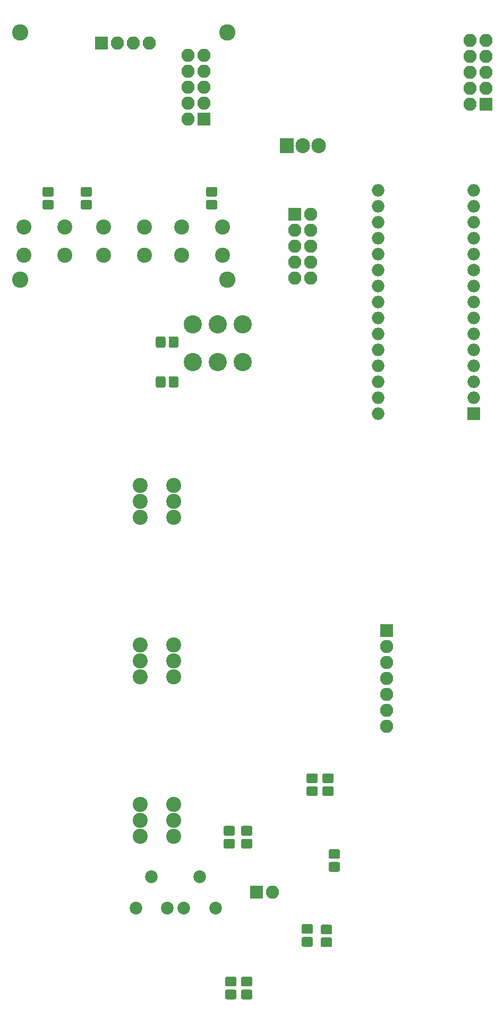
<source format=gbr>
G04 #@! TF.GenerationSoftware,KiCad,Pcbnew,(5.0.0)*
G04 #@! TF.CreationDate,2018-10-20T13:21:43+01:00*
G04 #@! TF.ProjectId,AD9833FunctionGenerator,41443938333346756E6374696F6E4765,rev?*
G04 #@! TF.SameCoordinates,Original*
G04 #@! TF.FileFunction,Soldermask,Bot*
G04 #@! TF.FilePolarity,Negative*
%FSLAX46Y46*%
G04 Gerber Fmt 4.6, Leading zero omitted, Abs format (unit mm)*
G04 Created by KiCad (PCBNEW (5.0.0)) date 10/20/18 13:21:43*
%MOMM*%
%LPD*%
G01*
G04 APERTURE LIST*
%ADD10C,2.600000*%
%ADD11C,2.020000*%
%ADD12O,2.000000X2.000000*%
%ADD13C,2.000000*%
%ADD14R,2.000000X2.000000*%
%ADD15C,2.400000*%
%ADD16C,2.900000*%
%ADD17R,2.100000X2.100000*%
%ADD18O,2.100000X2.100000*%
%ADD19C,0.100000*%
%ADD20C,1.550000*%
%ADD21R,2.305000X2.400000*%
%ADD22O,2.305000X2.400000*%
G04 APERTURE END LIST*
D10*
G04 #@! TO.C,REF\002A\002A*
X52778681Y-67527698D03*
G04 #@! TD*
G04 #@! TO.C,REF\002A\002A*
X85798681Y-67527698D03*
G04 #@! TD*
G04 #@! TO.C,REF\002A\002A*
X85798681Y-106897698D03*
G04 #@! TD*
D11*
G04 #@! TO.C,RV_UPOFF1*
X83900000Y-207010000D03*
X81400000Y-202010000D03*
X78900000Y-207010000D03*
G04 #@! TD*
D12*
G04 #@! TO.C,A1*
X109855000Y-92710000D03*
X125095000Y-92710000D03*
X109855000Y-128270000D03*
X125095000Y-95250000D03*
X109855000Y-125730000D03*
X125095000Y-97790000D03*
X109855000Y-123190000D03*
X125095000Y-100330000D03*
X109855000Y-120650000D03*
X125095000Y-102870000D03*
X109855000Y-118110000D03*
D13*
X125095000Y-105410000D03*
D12*
X109855000Y-115570000D03*
X125095000Y-107950000D03*
X109855000Y-113030000D03*
X125095000Y-110490000D03*
X109855000Y-110490000D03*
X125095000Y-113030000D03*
X109855000Y-107950000D03*
X125095000Y-115570000D03*
X109855000Y-105410000D03*
X125095000Y-118110000D03*
X109855000Y-102870000D03*
X125095000Y-120650000D03*
X109855000Y-100330000D03*
X125095000Y-123190000D03*
X109855000Y-97790000D03*
X125095000Y-125730000D03*
X109855000Y-95250000D03*
D14*
X125095000Y-128270000D03*
G04 #@! TD*
D15*
G04 #@! TO.C,RV_FREQ1*
X71882000Y-144780000D03*
X71882000Y-142240000D03*
X71882000Y-139700000D03*
X77216000Y-144780000D03*
X77216000Y-142240000D03*
X77216000Y-139700000D03*
G04 #@! TD*
D16*
G04 #@! TO.C,SW_PWR1*
X80264000Y-120015000D03*
X80264000Y-114015000D03*
X84264000Y-120015000D03*
X84264000Y-114015000D03*
X88264000Y-120015000D03*
X88264000Y-114015000D03*
G04 #@! TD*
D17*
G04 #@! TO.C,J_OUT1*
X90424000Y-204470000D03*
D18*
X92964000Y-204470000D03*
G04 #@! TD*
D17*
G04 #@! TO.C,J_PWR1*
X96520000Y-96520000D03*
D18*
X99060000Y-96520000D03*
X96520000Y-99060000D03*
X99060000Y-99060000D03*
X96520000Y-101600000D03*
X99060000Y-101600000D03*
X96520000Y-104140000D03*
X99060000Y-104140000D03*
X96520000Y-106680000D03*
X99060000Y-106680000D03*
G04 #@! TD*
D19*
G04 #@! TO.C,R_RANGE1*
G36*
X83908071Y-92145321D02*
X83940781Y-92150173D01*
X83972857Y-92158207D01*
X84003991Y-92169347D01*
X84033884Y-92183485D01*
X84062247Y-92200485D01*
X84088807Y-92220183D01*
X84113308Y-92242390D01*
X84135515Y-92266891D01*
X84155213Y-92293451D01*
X84172213Y-92321814D01*
X84186351Y-92351707D01*
X84197491Y-92382841D01*
X84205525Y-92414917D01*
X84210377Y-92447627D01*
X84212000Y-92480654D01*
X84212000Y-93356742D01*
X84210377Y-93389769D01*
X84205525Y-93422479D01*
X84197491Y-93454555D01*
X84186351Y-93485689D01*
X84172213Y-93515582D01*
X84155213Y-93543945D01*
X84135515Y-93570505D01*
X84113308Y-93595006D01*
X84088807Y-93617213D01*
X84062247Y-93636911D01*
X84033884Y-93653911D01*
X84003991Y-93668049D01*
X83972857Y-93679189D01*
X83940781Y-93687223D01*
X83908071Y-93692075D01*
X83875044Y-93693698D01*
X82748956Y-93693698D01*
X82715929Y-93692075D01*
X82683219Y-93687223D01*
X82651143Y-93679189D01*
X82620009Y-93668049D01*
X82590116Y-93653911D01*
X82561753Y-93636911D01*
X82535193Y-93617213D01*
X82510692Y-93595006D01*
X82488485Y-93570505D01*
X82468787Y-93543945D01*
X82451787Y-93515582D01*
X82437649Y-93485689D01*
X82426509Y-93454555D01*
X82418475Y-93422479D01*
X82413623Y-93389769D01*
X82412000Y-93356742D01*
X82412000Y-92480654D01*
X82413623Y-92447627D01*
X82418475Y-92414917D01*
X82426509Y-92382841D01*
X82437649Y-92351707D01*
X82451787Y-92321814D01*
X82468787Y-92293451D01*
X82488485Y-92266891D01*
X82510692Y-92242390D01*
X82535193Y-92220183D01*
X82561753Y-92200485D01*
X82590116Y-92183485D01*
X82620009Y-92169347D01*
X82651143Y-92158207D01*
X82683219Y-92150173D01*
X82715929Y-92145321D01*
X82748956Y-92143698D01*
X83875044Y-92143698D01*
X83908071Y-92145321D01*
X83908071Y-92145321D01*
G37*
D20*
X83312000Y-92918698D03*
D19*
G36*
X83908071Y-94195321D02*
X83940781Y-94200173D01*
X83972857Y-94208207D01*
X84003991Y-94219347D01*
X84033884Y-94233485D01*
X84062247Y-94250485D01*
X84088807Y-94270183D01*
X84113308Y-94292390D01*
X84135515Y-94316891D01*
X84155213Y-94343451D01*
X84172213Y-94371814D01*
X84186351Y-94401707D01*
X84197491Y-94432841D01*
X84205525Y-94464917D01*
X84210377Y-94497627D01*
X84212000Y-94530654D01*
X84212000Y-95406742D01*
X84210377Y-95439769D01*
X84205525Y-95472479D01*
X84197491Y-95504555D01*
X84186351Y-95535689D01*
X84172213Y-95565582D01*
X84155213Y-95593945D01*
X84135515Y-95620505D01*
X84113308Y-95645006D01*
X84088807Y-95667213D01*
X84062247Y-95686911D01*
X84033884Y-95703911D01*
X84003991Y-95718049D01*
X83972857Y-95729189D01*
X83940781Y-95737223D01*
X83908071Y-95742075D01*
X83875044Y-95743698D01*
X82748956Y-95743698D01*
X82715929Y-95742075D01*
X82683219Y-95737223D01*
X82651143Y-95729189D01*
X82620009Y-95718049D01*
X82590116Y-95703911D01*
X82561753Y-95686911D01*
X82535193Y-95667213D01*
X82510692Y-95645006D01*
X82488485Y-95620505D01*
X82468787Y-95593945D01*
X82451787Y-95565582D01*
X82437649Y-95535689D01*
X82426509Y-95504555D01*
X82418475Y-95472479D01*
X82413623Y-95439769D01*
X82412000Y-95406742D01*
X82412000Y-94530654D01*
X82413623Y-94497627D01*
X82418475Y-94464917D01*
X82426509Y-94432841D01*
X82437649Y-94401707D01*
X82451787Y-94371814D01*
X82468787Y-94343451D01*
X82488485Y-94316891D01*
X82510692Y-94292390D01*
X82535193Y-94270183D01*
X82561753Y-94250485D01*
X82590116Y-94233485D01*
X82620009Y-94219347D01*
X82651143Y-94208207D01*
X82683219Y-94200173D01*
X82715929Y-94195321D01*
X82748956Y-94193698D01*
X83875044Y-94193698D01*
X83908071Y-94195321D01*
X83908071Y-94195321D01*
G37*
D20*
X83312000Y-94968698D03*
G04 #@! TD*
D19*
G04 #@! TO.C,C_BUFFBP1*
G36*
X86702071Y-193896100D02*
X86734781Y-193900952D01*
X86766857Y-193908986D01*
X86797991Y-193920126D01*
X86827884Y-193934264D01*
X86856247Y-193951264D01*
X86882807Y-193970962D01*
X86907308Y-193993169D01*
X86929515Y-194017670D01*
X86949213Y-194044230D01*
X86966213Y-194072593D01*
X86980351Y-194102486D01*
X86991491Y-194133620D01*
X86999525Y-194165696D01*
X87004377Y-194198406D01*
X87006000Y-194231433D01*
X87006000Y-195107521D01*
X87004377Y-195140548D01*
X86999525Y-195173258D01*
X86991491Y-195205334D01*
X86980351Y-195236468D01*
X86966213Y-195266361D01*
X86949213Y-195294724D01*
X86929515Y-195321284D01*
X86907308Y-195345785D01*
X86882807Y-195367992D01*
X86856247Y-195387690D01*
X86827884Y-195404690D01*
X86797991Y-195418828D01*
X86766857Y-195429968D01*
X86734781Y-195438002D01*
X86702071Y-195442854D01*
X86669044Y-195444477D01*
X85542956Y-195444477D01*
X85509929Y-195442854D01*
X85477219Y-195438002D01*
X85445143Y-195429968D01*
X85414009Y-195418828D01*
X85384116Y-195404690D01*
X85355753Y-195387690D01*
X85329193Y-195367992D01*
X85304692Y-195345785D01*
X85282485Y-195321284D01*
X85262787Y-195294724D01*
X85245787Y-195266361D01*
X85231649Y-195236468D01*
X85220509Y-195205334D01*
X85212475Y-195173258D01*
X85207623Y-195140548D01*
X85206000Y-195107521D01*
X85206000Y-194231433D01*
X85207623Y-194198406D01*
X85212475Y-194165696D01*
X85220509Y-194133620D01*
X85231649Y-194102486D01*
X85245787Y-194072593D01*
X85262787Y-194044230D01*
X85282485Y-194017670D01*
X85304692Y-193993169D01*
X85329193Y-193970962D01*
X85355753Y-193951264D01*
X85384116Y-193934264D01*
X85414009Y-193920126D01*
X85445143Y-193908986D01*
X85477219Y-193900952D01*
X85509929Y-193896100D01*
X85542956Y-193894477D01*
X86669044Y-193894477D01*
X86702071Y-193896100D01*
X86702071Y-193896100D01*
G37*
D20*
X86106000Y-194669477D03*
D19*
G36*
X86702071Y-195946100D02*
X86734781Y-195950952D01*
X86766857Y-195958986D01*
X86797991Y-195970126D01*
X86827884Y-195984264D01*
X86856247Y-196001264D01*
X86882807Y-196020962D01*
X86907308Y-196043169D01*
X86929515Y-196067670D01*
X86949213Y-196094230D01*
X86966213Y-196122593D01*
X86980351Y-196152486D01*
X86991491Y-196183620D01*
X86999525Y-196215696D01*
X87004377Y-196248406D01*
X87006000Y-196281433D01*
X87006000Y-197157521D01*
X87004377Y-197190548D01*
X86999525Y-197223258D01*
X86991491Y-197255334D01*
X86980351Y-197286468D01*
X86966213Y-197316361D01*
X86949213Y-197344724D01*
X86929515Y-197371284D01*
X86907308Y-197395785D01*
X86882807Y-197417992D01*
X86856247Y-197437690D01*
X86827884Y-197454690D01*
X86797991Y-197468828D01*
X86766857Y-197479968D01*
X86734781Y-197488002D01*
X86702071Y-197492854D01*
X86669044Y-197494477D01*
X85542956Y-197494477D01*
X85509929Y-197492854D01*
X85477219Y-197488002D01*
X85445143Y-197479968D01*
X85414009Y-197468828D01*
X85384116Y-197454690D01*
X85355753Y-197437690D01*
X85329193Y-197417992D01*
X85304692Y-197395785D01*
X85282485Y-197371284D01*
X85262787Y-197344724D01*
X85245787Y-197316361D01*
X85231649Y-197286468D01*
X85220509Y-197255334D01*
X85212475Y-197223258D01*
X85207623Y-197190548D01*
X85206000Y-197157521D01*
X85206000Y-196281433D01*
X85207623Y-196248406D01*
X85212475Y-196215696D01*
X85220509Y-196183620D01*
X85231649Y-196152486D01*
X85245787Y-196122593D01*
X85262787Y-196094230D01*
X85282485Y-196067670D01*
X85304692Y-196043169D01*
X85329193Y-196020962D01*
X85355753Y-196001264D01*
X85384116Y-195984264D01*
X85414009Y-195970126D01*
X85445143Y-195958986D01*
X85477219Y-195950952D01*
X85509929Y-195946100D01*
X85542956Y-195944477D01*
X86669044Y-195944477D01*
X86702071Y-195946100D01*
X86702071Y-195946100D01*
G37*
D20*
X86106000Y-196719477D03*
G04 #@! TD*
D18*
G04 #@! TO.C,J_AD9833*
X111194407Y-178061772D03*
X111194407Y-175521772D03*
X111194407Y-172981772D03*
X111194407Y-170441772D03*
X111194407Y-167901772D03*
X111194407Y-165361772D03*
D17*
X111194407Y-162821772D03*
G04 #@! TD*
G04 #@! TO.C,J_AUX2MAIN2*
X82115681Y-81370698D03*
D18*
X79575681Y-81370698D03*
X82115681Y-78830698D03*
X79575681Y-78830698D03*
X82115681Y-76290698D03*
X79575681Y-76290698D03*
X82115681Y-73750698D03*
X79575681Y-73750698D03*
X82115681Y-71210698D03*
X79575681Y-71210698D03*
G04 #@! TD*
D17*
G04 #@! TO.C,J_MAIN2AUX1*
X127000000Y-78994000D03*
D18*
X124460000Y-78994000D03*
X127000000Y-76454000D03*
X124460000Y-76454000D03*
X127000000Y-73914000D03*
X124460000Y-73914000D03*
X127000000Y-71374000D03*
X124460000Y-71374000D03*
X127000000Y-68834000D03*
X124460000Y-68834000D03*
G04 #@! TD*
D17*
G04 #@! TO.C,J_OLEDCONNECTOR1*
X65709646Y-69256447D03*
D18*
X68249646Y-69256447D03*
X70789646Y-69256447D03*
X73329646Y-69256447D03*
G04 #@! TD*
D19*
G04 #@! TO.C,R_MODE1*
G36*
X63915752Y-94195321D02*
X63948462Y-94200173D01*
X63980538Y-94208207D01*
X64011672Y-94219347D01*
X64041565Y-94233485D01*
X64069928Y-94250485D01*
X64096488Y-94270183D01*
X64120989Y-94292390D01*
X64143196Y-94316891D01*
X64162894Y-94343451D01*
X64179894Y-94371814D01*
X64194032Y-94401707D01*
X64205172Y-94432841D01*
X64213206Y-94464917D01*
X64218058Y-94497627D01*
X64219681Y-94530654D01*
X64219681Y-95406742D01*
X64218058Y-95439769D01*
X64213206Y-95472479D01*
X64205172Y-95504555D01*
X64194032Y-95535689D01*
X64179894Y-95565582D01*
X64162894Y-95593945D01*
X64143196Y-95620505D01*
X64120989Y-95645006D01*
X64096488Y-95667213D01*
X64069928Y-95686911D01*
X64041565Y-95703911D01*
X64011672Y-95718049D01*
X63980538Y-95729189D01*
X63948462Y-95737223D01*
X63915752Y-95742075D01*
X63882725Y-95743698D01*
X62756637Y-95743698D01*
X62723610Y-95742075D01*
X62690900Y-95737223D01*
X62658824Y-95729189D01*
X62627690Y-95718049D01*
X62597797Y-95703911D01*
X62569434Y-95686911D01*
X62542874Y-95667213D01*
X62518373Y-95645006D01*
X62496166Y-95620505D01*
X62476468Y-95593945D01*
X62459468Y-95565582D01*
X62445330Y-95535689D01*
X62434190Y-95504555D01*
X62426156Y-95472479D01*
X62421304Y-95439769D01*
X62419681Y-95406742D01*
X62419681Y-94530654D01*
X62421304Y-94497627D01*
X62426156Y-94464917D01*
X62434190Y-94432841D01*
X62445330Y-94401707D01*
X62459468Y-94371814D01*
X62476468Y-94343451D01*
X62496166Y-94316891D01*
X62518373Y-94292390D01*
X62542874Y-94270183D01*
X62569434Y-94250485D01*
X62597797Y-94233485D01*
X62627690Y-94219347D01*
X62658824Y-94208207D01*
X62690900Y-94200173D01*
X62723610Y-94195321D01*
X62756637Y-94193698D01*
X63882725Y-94193698D01*
X63915752Y-94195321D01*
X63915752Y-94195321D01*
G37*
D20*
X63319681Y-94968698D03*
D19*
G36*
X63915752Y-92145321D02*
X63948462Y-92150173D01*
X63980538Y-92158207D01*
X64011672Y-92169347D01*
X64041565Y-92183485D01*
X64069928Y-92200485D01*
X64096488Y-92220183D01*
X64120989Y-92242390D01*
X64143196Y-92266891D01*
X64162894Y-92293451D01*
X64179894Y-92321814D01*
X64194032Y-92351707D01*
X64205172Y-92382841D01*
X64213206Y-92414917D01*
X64218058Y-92447627D01*
X64219681Y-92480654D01*
X64219681Y-93356742D01*
X64218058Y-93389769D01*
X64213206Y-93422479D01*
X64205172Y-93454555D01*
X64194032Y-93485689D01*
X64179894Y-93515582D01*
X64162894Y-93543945D01*
X64143196Y-93570505D01*
X64120989Y-93595006D01*
X64096488Y-93617213D01*
X64069928Y-93636911D01*
X64041565Y-93653911D01*
X64011672Y-93668049D01*
X63980538Y-93679189D01*
X63948462Y-93687223D01*
X63915752Y-93692075D01*
X63882725Y-93693698D01*
X62756637Y-93693698D01*
X62723610Y-93692075D01*
X62690900Y-93687223D01*
X62658824Y-93679189D01*
X62627690Y-93668049D01*
X62597797Y-93653911D01*
X62569434Y-93636911D01*
X62542874Y-93617213D01*
X62518373Y-93595006D01*
X62496166Y-93570505D01*
X62476468Y-93543945D01*
X62459468Y-93515582D01*
X62445330Y-93485689D01*
X62434190Y-93454555D01*
X62426156Y-93422479D01*
X62421304Y-93389769D01*
X62419681Y-93356742D01*
X62419681Y-92480654D01*
X62421304Y-92447627D01*
X62426156Y-92414917D01*
X62434190Y-92382841D01*
X62445330Y-92351707D01*
X62459468Y-92321814D01*
X62476468Y-92293451D01*
X62496166Y-92266891D01*
X62518373Y-92242390D01*
X62542874Y-92220183D01*
X62569434Y-92200485D01*
X62597797Y-92183485D01*
X62627690Y-92169347D01*
X62658824Y-92158207D01*
X62690900Y-92150173D01*
X62723610Y-92145321D01*
X62756637Y-92143698D01*
X63882725Y-92143698D01*
X63915752Y-92145321D01*
X63915752Y-92145321D01*
G37*
D20*
X63319681Y-92918698D03*
G04 #@! TD*
D15*
G04 #@! TO.C,SW_FUNC1*
X59913681Y-98515698D03*
X59913681Y-103015698D03*
X53413681Y-98515698D03*
X53413681Y-103015698D03*
G04 #@! TD*
G04 #@! TO.C,SW_MODE1*
X66113681Y-103015698D03*
X66113681Y-98515698D03*
X72613681Y-103015698D03*
X72613681Y-98515698D03*
G04 #@! TD*
G04 #@! TO.C,SW_RANGE1*
X78559681Y-103015698D03*
X78559681Y-98515698D03*
X85059681Y-103015698D03*
X85059681Y-98515698D03*
G04 #@! TD*
D21*
G04 #@! TO.C,U1*
X95250000Y-85598000D03*
D22*
X97790000Y-85598000D03*
X100330000Y-85598000D03*
G04 #@! TD*
D19*
G04 #@! TO.C,C_POTBP1*
G36*
X103466071Y-199641623D02*
X103498781Y-199646475D01*
X103530857Y-199654509D01*
X103561991Y-199665649D01*
X103591884Y-199679787D01*
X103620247Y-199696787D01*
X103646807Y-199716485D01*
X103671308Y-199738692D01*
X103693515Y-199763193D01*
X103713213Y-199789753D01*
X103730213Y-199818116D01*
X103744351Y-199848009D01*
X103755491Y-199879143D01*
X103763525Y-199911219D01*
X103768377Y-199943929D01*
X103770000Y-199976956D01*
X103770000Y-200853044D01*
X103768377Y-200886071D01*
X103763525Y-200918781D01*
X103755491Y-200950857D01*
X103744351Y-200981991D01*
X103730213Y-201011884D01*
X103713213Y-201040247D01*
X103693515Y-201066807D01*
X103671308Y-201091308D01*
X103646807Y-201113515D01*
X103620247Y-201133213D01*
X103591884Y-201150213D01*
X103561991Y-201164351D01*
X103530857Y-201175491D01*
X103498781Y-201183525D01*
X103466071Y-201188377D01*
X103433044Y-201190000D01*
X102306956Y-201190000D01*
X102273929Y-201188377D01*
X102241219Y-201183525D01*
X102209143Y-201175491D01*
X102178009Y-201164351D01*
X102148116Y-201150213D01*
X102119753Y-201133213D01*
X102093193Y-201113515D01*
X102068692Y-201091308D01*
X102046485Y-201066807D01*
X102026787Y-201040247D01*
X102009787Y-201011884D01*
X101995649Y-200981991D01*
X101984509Y-200950857D01*
X101976475Y-200918781D01*
X101971623Y-200886071D01*
X101970000Y-200853044D01*
X101970000Y-199976956D01*
X101971623Y-199943929D01*
X101976475Y-199911219D01*
X101984509Y-199879143D01*
X101995649Y-199848009D01*
X102009787Y-199818116D01*
X102026787Y-199789753D01*
X102046485Y-199763193D01*
X102068692Y-199738692D01*
X102093193Y-199716485D01*
X102119753Y-199696787D01*
X102148116Y-199679787D01*
X102178009Y-199665649D01*
X102209143Y-199654509D01*
X102241219Y-199646475D01*
X102273929Y-199641623D01*
X102306956Y-199640000D01*
X103433044Y-199640000D01*
X103466071Y-199641623D01*
X103466071Y-199641623D01*
G37*
D20*
X102870000Y-200415000D03*
D19*
G36*
X103466071Y-197591623D02*
X103498781Y-197596475D01*
X103530857Y-197604509D01*
X103561991Y-197615649D01*
X103591884Y-197629787D01*
X103620247Y-197646787D01*
X103646807Y-197666485D01*
X103671308Y-197688692D01*
X103693515Y-197713193D01*
X103713213Y-197739753D01*
X103730213Y-197768116D01*
X103744351Y-197798009D01*
X103755491Y-197829143D01*
X103763525Y-197861219D01*
X103768377Y-197893929D01*
X103770000Y-197926956D01*
X103770000Y-198803044D01*
X103768377Y-198836071D01*
X103763525Y-198868781D01*
X103755491Y-198900857D01*
X103744351Y-198931991D01*
X103730213Y-198961884D01*
X103713213Y-198990247D01*
X103693515Y-199016807D01*
X103671308Y-199041308D01*
X103646807Y-199063515D01*
X103620247Y-199083213D01*
X103591884Y-199100213D01*
X103561991Y-199114351D01*
X103530857Y-199125491D01*
X103498781Y-199133525D01*
X103466071Y-199138377D01*
X103433044Y-199140000D01*
X102306956Y-199140000D01*
X102273929Y-199138377D01*
X102241219Y-199133525D01*
X102209143Y-199125491D01*
X102178009Y-199114351D01*
X102148116Y-199100213D01*
X102119753Y-199083213D01*
X102093193Y-199063515D01*
X102068692Y-199041308D01*
X102046485Y-199016807D01*
X102026787Y-198990247D01*
X102009787Y-198961884D01*
X101995649Y-198931991D01*
X101984509Y-198900857D01*
X101976475Y-198868781D01*
X101971623Y-198836071D01*
X101970000Y-198803044D01*
X101970000Y-197926956D01*
X101971623Y-197893929D01*
X101976475Y-197861219D01*
X101984509Y-197829143D01*
X101995649Y-197798009D01*
X102009787Y-197768116D01*
X102026787Y-197739753D01*
X102046485Y-197713193D01*
X102068692Y-197688692D01*
X102093193Y-197666485D01*
X102119753Y-197646787D01*
X102148116Y-197629787D01*
X102178009Y-197615649D01*
X102209143Y-197604509D01*
X102241219Y-197596475D01*
X102273929Y-197591623D01*
X102306956Y-197590000D01*
X103433044Y-197590000D01*
X103466071Y-197591623D01*
X103466071Y-197591623D01*
G37*
D20*
X102870000Y-198365000D03*
G04 #@! TD*
D19*
G04 #@! TO.C,C_BUFFBP2*
G36*
X89496071Y-195946100D02*
X89528781Y-195950952D01*
X89560857Y-195958986D01*
X89591991Y-195970126D01*
X89621884Y-195984264D01*
X89650247Y-196001264D01*
X89676807Y-196020962D01*
X89701308Y-196043169D01*
X89723515Y-196067670D01*
X89743213Y-196094230D01*
X89760213Y-196122593D01*
X89774351Y-196152486D01*
X89785491Y-196183620D01*
X89793525Y-196215696D01*
X89798377Y-196248406D01*
X89800000Y-196281433D01*
X89800000Y-197157521D01*
X89798377Y-197190548D01*
X89793525Y-197223258D01*
X89785491Y-197255334D01*
X89774351Y-197286468D01*
X89760213Y-197316361D01*
X89743213Y-197344724D01*
X89723515Y-197371284D01*
X89701308Y-197395785D01*
X89676807Y-197417992D01*
X89650247Y-197437690D01*
X89621884Y-197454690D01*
X89591991Y-197468828D01*
X89560857Y-197479968D01*
X89528781Y-197488002D01*
X89496071Y-197492854D01*
X89463044Y-197494477D01*
X88336956Y-197494477D01*
X88303929Y-197492854D01*
X88271219Y-197488002D01*
X88239143Y-197479968D01*
X88208009Y-197468828D01*
X88178116Y-197454690D01*
X88149753Y-197437690D01*
X88123193Y-197417992D01*
X88098692Y-197395785D01*
X88076485Y-197371284D01*
X88056787Y-197344724D01*
X88039787Y-197316361D01*
X88025649Y-197286468D01*
X88014509Y-197255334D01*
X88006475Y-197223258D01*
X88001623Y-197190548D01*
X88000000Y-197157521D01*
X88000000Y-196281433D01*
X88001623Y-196248406D01*
X88006475Y-196215696D01*
X88014509Y-196183620D01*
X88025649Y-196152486D01*
X88039787Y-196122593D01*
X88056787Y-196094230D01*
X88076485Y-196067670D01*
X88098692Y-196043169D01*
X88123193Y-196020962D01*
X88149753Y-196001264D01*
X88178116Y-195984264D01*
X88208009Y-195970126D01*
X88239143Y-195958986D01*
X88271219Y-195950952D01*
X88303929Y-195946100D01*
X88336956Y-195944477D01*
X89463044Y-195944477D01*
X89496071Y-195946100D01*
X89496071Y-195946100D01*
G37*
D20*
X88900000Y-196719477D03*
D19*
G36*
X89496071Y-193896100D02*
X89528781Y-193900952D01*
X89560857Y-193908986D01*
X89591991Y-193920126D01*
X89621884Y-193934264D01*
X89650247Y-193951264D01*
X89676807Y-193970962D01*
X89701308Y-193993169D01*
X89723515Y-194017670D01*
X89743213Y-194044230D01*
X89760213Y-194072593D01*
X89774351Y-194102486D01*
X89785491Y-194133620D01*
X89793525Y-194165696D01*
X89798377Y-194198406D01*
X89800000Y-194231433D01*
X89800000Y-195107521D01*
X89798377Y-195140548D01*
X89793525Y-195173258D01*
X89785491Y-195205334D01*
X89774351Y-195236468D01*
X89760213Y-195266361D01*
X89743213Y-195294724D01*
X89723515Y-195321284D01*
X89701308Y-195345785D01*
X89676807Y-195367992D01*
X89650247Y-195387690D01*
X89621884Y-195404690D01*
X89591991Y-195418828D01*
X89560857Y-195429968D01*
X89528781Y-195438002D01*
X89496071Y-195442854D01*
X89463044Y-195444477D01*
X88336956Y-195444477D01*
X88303929Y-195442854D01*
X88271219Y-195438002D01*
X88239143Y-195429968D01*
X88208009Y-195418828D01*
X88178116Y-195404690D01*
X88149753Y-195387690D01*
X88123193Y-195367992D01*
X88098692Y-195345785D01*
X88076485Y-195321284D01*
X88056787Y-195294724D01*
X88039787Y-195266361D01*
X88025649Y-195236468D01*
X88014509Y-195205334D01*
X88006475Y-195173258D01*
X88001623Y-195140548D01*
X88000000Y-195107521D01*
X88000000Y-194231433D01*
X88001623Y-194198406D01*
X88006475Y-194165696D01*
X88014509Y-194133620D01*
X88025649Y-194102486D01*
X88039787Y-194072593D01*
X88056787Y-194044230D01*
X88076485Y-194017670D01*
X88098692Y-193993169D01*
X88123193Y-193970962D01*
X88149753Y-193951264D01*
X88178116Y-193934264D01*
X88208009Y-193920126D01*
X88239143Y-193908986D01*
X88271219Y-193900952D01*
X88303929Y-193896100D01*
X88336956Y-193894477D01*
X89463044Y-193894477D01*
X89496071Y-193896100D01*
X89496071Y-193896100D01*
G37*
D20*
X88900000Y-194669477D03*
G04 #@! TD*
D19*
G04 #@! TO.C,C_BUFFBP3*
G36*
X99910071Y-187576623D02*
X99942781Y-187581475D01*
X99974857Y-187589509D01*
X100005991Y-187600649D01*
X100035884Y-187614787D01*
X100064247Y-187631787D01*
X100090807Y-187651485D01*
X100115308Y-187673692D01*
X100137515Y-187698193D01*
X100157213Y-187724753D01*
X100174213Y-187753116D01*
X100188351Y-187783009D01*
X100199491Y-187814143D01*
X100207525Y-187846219D01*
X100212377Y-187878929D01*
X100214000Y-187911956D01*
X100214000Y-188788044D01*
X100212377Y-188821071D01*
X100207525Y-188853781D01*
X100199491Y-188885857D01*
X100188351Y-188916991D01*
X100174213Y-188946884D01*
X100157213Y-188975247D01*
X100137515Y-189001807D01*
X100115308Y-189026308D01*
X100090807Y-189048515D01*
X100064247Y-189068213D01*
X100035884Y-189085213D01*
X100005991Y-189099351D01*
X99974857Y-189110491D01*
X99942781Y-189118525D01*
X99910071Y-189123377D01*
X99877044Y-189125000D01*
X98750956Y-189125000D01*
X98717929Y-189123377D01*
X98685219Y-189118525D01*
X98653143Y-189110491D01*
X98622009Y-189099351D01*
X98592116Y-189085213D01*
X98563753Y-189068213D01*
X98537193Y-189048515D01*
X98512692Y-189026308D01*
X98490485Y-189001807D01*
X98470787Y-188975247D01*
X98453787Y-188946884D01*
X98439649Y-188916991D01*
X98428509Y-188885857D01*
X98420475Y-188853781D01*
X98415623Y-188821071D01*
X98414000Y-188788044D01*
X98414000Y-187911956D01*
X98415623Y-187878929D01*
X98420475Y-187846219D01*
X98428509Y-187814143D01*
X98439649Y-187783009D01*
X98453787Y-187753116D01*
X98470787Y-187724753D01*
X98490485Y-187698193D01*
X98512692Y-187673692D01*
X98537193Y-187651485D01*
X98563753Y-187631787D01*
X98592116Y-187614787D01*
X98622009Y-187600649D01*
X98653143Y-187589509D01*
X98685219Y-187581475D01*
X98717929Y-187576623D01*
X98750956Y-187575000D01*
X99877044Y-187575000D01*
X99910071Y-187576623D01*
X99910071Y-187576623D01*
G37*
D20*
X99314000Y-188350000D03*
D19*
G36*
X99910071Y-185526623D02*
X99942781Y-185531475D01*
X99974857Y-185539509D01*
X100005991Y-185550649D01*
X100035884Y-185564787D01*
X100064247Y-185581787D01*
X100090807Y-185601485D01*
X100115308Y-185623692D01*
X100137515Y-185648193D01*
X100157213Y-185674753D01*
X100174213Y-185703116D01*
X100188351Y-185733009D01*
X100199491Y-185764143D01*
X100207525Y-185796219D01*
X100212377Y-185828929D01*
X100214000Y-185861956D01*
X100214000Y-186738044D01*
X100212377Y-186771071D01*
X100207525Y-186803781D01*
X100199491Y-186835857D01*
X100188351Y-186866991D01*
X100174213Y-186896884D01*
X100157213Y-186925247D01*
X100137515Y-186951807D01*
X100115308Y-186976308D01*
X100090807Y-186998515D01*
X100064247Y-187018213D01*
X100035884Y-187035213D01*
X100005991Y-187049351D01*
X99974857Y-187060491D01*
X99942781Y-187068525D01*
X99910071Y-187073377D01*
X99877044Y-187075000D01*
X98750956Y-187075000D01*
X98717929Y-187073377D01*
X98685219Y-187068525D01*
X98653143Y-187060491D01*
X98622009Y-187049351D01*
X98592116Y-187035213D01*
X98563753Y-187018213D01*
X98537193Y-186998515D01*
X98512692Y-186976308D01*
X98490485Y-186951807D01*
X98470787Y-186925247D01*
X98453787Y-186896884D01*
X98439649Y-186866991D01*
X98428509Y-186835857D01*
X98420475Y-186803781D01*
X98415623Y-186771071D01*
X98414000Y-186738044D01*
X98414000Y-185861956D01*
X98415623Y-185828929D01*
X98420475Y-185796219D01*
X98428509Y-185764143D01*
X98439649Y-185733009D01*
X98453787Y-185703116D01*
X98470787Y-185674753D01*
X98490485Y-185648193D01*
X98512692Y-185623692D01*
X98537193Y-185601485D01*
X98563753Y-185581787D01*
X98592116Y-185564787D01*
X98622009Y-185550649D01*
X98653143Y-185539509D01*
X98685219Y-185531475D01*
X98717929Y-185526623D01*
X98750956Y-185525000D01*
X99877044Y-185525000D01*
X99910071Y-185526623D01*
X99910071Y-185526623D01*
G37*
D20*
X99314000Y-186300000D03*
G04 #@! TD*
D19*
G04 #@! TO.C,C_BUFFBP4*
G36*
X102450071Y-185526623D02*
X102482781Y-185531475D01*
X102514857Y-185539509D01*
X102545991Y-185550649D01*
X102575884Y-185564787D01*
X102604247Y-185581787D01*
X102630807Y-185601485D01*
X102655308Y-185623692D01*
X102677515Y-185648193D01*
X102697213Y-185674753D01*
X102714213Y-185703116D01*
X102728351Y-185733009D01*
X102739491Y-185764143D01*
X102747525Y-185796219D01*
X102752377Y-185828929D01*
X102754000Y-185861956D01*
X102754000Y-186738044D01*
X102752377Y-186771071D01*
X102747525Y-186803781D01*
X102739491Y-186835857D01*
X102728351Y-186866991D01*
X102714213Y-186896884D01*
X102697213Y-186925247D01*
X102677515Y-186951807D01*
X102655308Y-186976308D01*
X102630807Y-186998515D01*
X102604247Y-187018213D01*
X102575884Y-187035213D01*
X102545991Y-187049351D01*
X102514857Y-187060491D01*
X102482781Y-187068525D01*
X102450071Y-187073377D01*
X102417044Y-187075000D01*
X101290956Y-187075000D01*
X101257929Y-187073377D01*
X101225219Y-187068525D01*
X101193143Y-187060491D01*
X101162009Y-187049351D01*
X101132116Y-187035213D01*
X101103753Y-187018213D01*
X101077193Y-186998515D01*
X101052692Y-186976308D01*
X101030485Y-186951807D01*
X101010787Y-186925247D01*
X100993787Y-186896884D01*
X100979649Y-186866991D01*
X100968509Y-186835857D01*
X100960475Y-186803781D01*
X100955623Y-186771071D01*
X100954000Y-186738044D01*
X100954000Y-185861956D01*
X100955623Y-185828929D01*
X100960475Y-185796219D01*
X100968509Y-185764143D01*
X100979649Y-185733009D01*
X100993787Y-185703116D01*
X101010787Y-185674753D01*
X101030485Y-185648193D01*
X101052692Y-185623692D01*
X101077193Y-185601485D01*
X101103753Y-185581787D01*
X101132116Y-185564787D01*
X101162009Y-185550649D01*
X101193143Y-185539509D01*
X101225219Y-185531475D01*
X101257929Y-185526623D01*
X101290956Y-185525000D01*
X102417044Y-185525000D01*
X102450071Y-185526623D01*
X102450071Y-185526623D01*
G37*
D20*
X101854000Y-186300000D03*
D19*
G36*
X102450071Y-187576623D02*
X102482781Y-187581475D01*
X102514857Y-187589509D01*
X102545991Y-187600649D01*
X102575884Y-187614787D01*
X102604247Y-187631787D01*
X102630807Y-187651485D01*
X102655308Y-187673692D01*
X102677515Y-187698193D01*
X102697213Y-187724753D01*
X102714213Y-187753116D01*
X102728351Y-187783009D01*
X102739491Y-187814143D01*
X102747525Y-187846219D01*
X102752377Y-187878929D01*
X102754000Y-187911956D01*
X102754000Y-188788044D01*
X102752377Y-188821071D01*
X102747525Y-188853781D01*
X102739491Y-188885857D01*
X102728351Y-188916991D01*
X102714213Y-188946884D01*
X102697213Y-188975247D01*
X102677515Y-189001807D01*
X102655308Y-189026308D01*
X102630807Y-189048515D01*
X102604247Y-189068213D01*
X102575884Y-189085213D01*
X102545991Y-189099351D01*
X102514857Y-189110491D01*
X102482781Y-189118525D01*
X102450071Y-189123377D01*
X102417044Y-189125000D01*
X101290956Y-189125000D01*
X101257929Y-189123377D01*
X101225219Y-189118525D01*
X101193143Y-189110491D01*
X101162009Y-189099351D01*
X101132116Y-189085213D01*
X101103753Y-189068213D01*
X101077193Y-189048515D01*
X101052692Y-189026308D01*
X101030485Y-189001807D01*
X101010787Y-188975247D01*
X100993787Y-188946884D01*
X100979649Y-188916991D01*
X100968509Y-188885857D01*
X100960475Y-188853781D01*
X100955623Y-188821071D01*
X100954000Y-188788044D01*
X100954000Y-187911956D01*
X100955623Y-187878929D01*
X100960475Y-187846219D01*
X100968509Y-187814143D01*
X100979649Y-187783009D01*
X100993787Y-187753116D01*
X101010787Y-187724753D01*
X101030485Y-187698193D01*
X101052692Y-187673692D01*
X101077193Y-187651485D01*
X101103753Y-187631787D01*
X101132116Y-187614787D01*
X101162009Y-187600649D01*
X101193143Y-187589509D01*
X101225219Y-187581475D01*
X101257929Y-187576623D01*
X101290956Y-187575000D01*
X102417044Y-187575000D01*
X102450071Y-187576623D01*
X102450071Y-187576623D01*
G37*
D20*
X101854000Y-188350000D03*
G04 #@! TD*
D19*
G04 #@! TO.C,C_MIXBP1*
G36*
X86956071Y-217911623D02*
X86988781Y-217916475D01*
X87020857Y-217924509D01*
X87051991Y-217935649D01*
X87081884Y-217949787D01*
X87110247Y-217966787D01*
X87136807Y-217986485D01*
X87161308Y-218008692D01*
X87183515Y-218033193D01*
X87203213Y-218059753D01*
X87220213Y-218088116D01*
X87234351Y-218118009D01*
X87245491Y-218149143D01*
X87253525Y-218181219D01*
X87258377Y-218213929D01*
X87260000Y-218246956D01*
X87260000Y-219123044D01*
X87258377Y-219156071D01*
X87253525Y-219188781D01*
X87245491Y-219220857D01*
X87234351Y-219251991D01*
X87220213Y-219281884D01*
X87203213Y-219310247D01*
X87183515Y-219336807D01*
X87161308Y-219361308D01*
X87136807Y-219383515D01*
X87110247Y-219403213D01*
X87081884Y-219420213D01*
X87051991Y-219434351D01*
X87020857Y-219445491D01*
X86988781Y-219453525D01*
X86956071Y-219458377D01*
X86923044Y-219460000D01*
X85796956Y-219460000D01*
X85763929Y-219458377D01*
X85731219Y-219453525D01*
X85699143Y-219445491D01*
X85668009Y-219434351D01*
X85638116Y-219420213D01*
X85609753Y-219403213D01*
X85583193Y-219383515D01*
X85558692Y-219361308D01*
X85536485Y-219336807D01*
X85516787Y-219310247D01*
X85499787Y-219281884D01*
X85485649Y-219251991D01*
X85474509Y-219220857D01*
X85466475Y-219188781D01*
X85461623Y-219156071D01*
X85460000Y-219123044D01*
X85460000Y-218246956D01*
X85461623Y-218213929D01*
X85466475Y-218181219D01*
X85474509Y-218149143D01*
X85485649Y-218118009D01*
X85499787Y-218088116D01*
X85516787Y-218059753D01*
X85536485Y-218033193D01*
X85558692Y-218008692D01*
X85583193Y-217986485D01*
X85609753Y-217966787D01*
X85638116Y-217949787D01*
X85668009Y-217935649D01*
X85699143Y-217924509D01*
X85731219Y-217916475D01*
X85763929Y-217911623D01*
X85796956Y-217910000D01*
X86923044Y-217910000D01*
X86956071Y-217911623D01*
X86956071Y-217911623D01*
G37*
D20*
X86360000Y-218685000D03*
D19*
G36*
X86956071Y-219961623D02*
X86988781Y-219966475D01*
X87020857Y-219974509D01*
X87051991Y-219985649D01*
X87081884Y-219999787D01*
X87110247Y-220016787D01*
X87136807Y-220036485D01*
X87161308Y-220058692D01*
X87183515Y-220083193D01*
X87203213Y-220109753D01*
X87220213Y-220138116D01*
X87234351Y-220168009D01*
X87245491Y-220199143D01*
X87253525Y-220231219D01*
X87258377Y-220263929D01*
X87260000Y-220296956D01*
X87260000Y-221173044D01*
X87258377Y-221206071D01*
X87253525Y-221238781D01*
X87245491Y-221270857D01*
X87234351Y-221301991D01*
X87220213Y-221331884D01*
X87203213Y-221360247D01*
X87183515Y-221386807D01*
X87161308Y-221411308D01*
X87136807Y-221433515D01*
X87110247Y-221453213D01*
X87081884Y-221470213D01*
X87051991Y-221484351D01*
X87020857Y-221495491D01*
X86988781Y-221503525D01*
X86956071Y-221508377D01*
X86923044Y-221510000D01*
X85796956Y-221510000D01*
X85763929Y-221508377D01*
X85731219Y-221503525D01*
X85699143Y-221495491D01*
X85668009Y-221484351D01*
X85638116Y-221470213D01*
X85609753Y-221453213D01*
X85583193Y-221433515D01*
X85558692Y-221411308D01*
X85536485Y-221386807D01*
X85516787Y-221360247D01*
X85499787Y-221331884D01*
X85485649Y-221301991D01*
X85474509Y-221270857D01*
X85466475Y-221238781D01*
X85461623Y-221206071D01*
X85460000Y-221173044D01*
X85460000Y-220296956D01*
X85461623Y-220263929D01*
X85466475Y-220231219D01*
X85474509Y-220199143D01*
X85485649Y-220168009D01*
X85499787Y-220138116D01*
X85516787Y-220109753D01*
X85536485Y-220083193D01*
X85558692Y-220058692D01*
X85583193Y-220036485D01*
X85609753Y-220016787D01*
X85638116Y-219999787D01*
X85668009Y-219985649D01*
X85699143Y-219974509D01*
X85731219Y-219966475D01*
X85763929Y-219961623D01*
X85796956Y-219960000D01*
X86923044Y-219960000D01*
X86956071Y-219961623D01*
X86956071Y-219961623D01*
G37*
D20*
X86360000Y-220735000D03*
G04 #@! TD*
D19*
G04 #@! TO.C,C_MIXBP2*
G36*
X89496071Y-217911623D02*
X89528781Y-217916475D01*
X89560857Y-217924509D01*
X89591991Y-217935649D01*
X89621884Y-217949787D01*
X89650247Y-217966787D01*
X89676807Y-217986485D01*
X89701308Y-218008692D01*
X89723515Y-218033193D01*
X89743213Y-218059753D01*
X89760213Y-218088116D01*
X89774351Y-218118009D01*
X89785491Y-218149143D01*
X89793525Y-218181219D01*
X89798377Y-218213929D01*
X89800000Y-218246956D01*
X89800000Y-219123044D01*
X89798377Y-219156071D01*
X89793525Y-219188781D01*
X89785491Y-219220857D01*
X89774351Y-219251991D01*
X89760213Y-219281884D01*
X89743213Y-219310247D01*
X89723515Y-219336807D01*
X89701308Y-219361308D01*
X89676807Y-219383515D01*
X89650247Y-219403213D01*
X89621884Y-219420213D01*
X89591991Y-219434351D01*
X89560857Y-219445491D01*
X89528781Y-219453525D01*
X89496071Y-219458377D01*
X89463044Y-219460000D01*
X88336956Y-219460000D01*
X88303929Y-219458377D01*
X88271219Y-219453525D01*
X88239143Y-219445491D01*
X88208009Y-219434351D01*
X88178116Y-219420213D01*
X88149753Y-219403213D01*
X88123193Y-219383515D01*
X88098692Y-219361308D01*
X88076485Y-219336807D01*
X88056787Y-219310247D01*
X88039787Y-219281884D01*
X88025649Y-219251991D01*
X88014509Y-219220857D01*
X88006475Y-219188781D01*
X88001623Y-219156071D01*
X88000000Y-219123044D01*
X88000000Y-218246956D01*
X88001623Y-218213929D01*
X88006475Y-218181219D01*
X88014509Y-218149143D01*
X88025649Y-218118009D01*
X88039787Y-218088116D01*
X88056787Y-218059753D01*
X88076485Y-218033193D01*
X88098692Y-218008692D01*
X88123193Y-217986485D01*
X88149753Y-217966787D01*
X88178116Y-217949787D01*
X88208009Y-217935649D01*
X88239143Y-217924509D01*
X88271219Y-217916475D01*
X88303929Y-217911623D01*
X88336956Y-217910000D01*
X89463044Y-217910000D01*
X89496071Y-217911623D01*
X89496071Y-217911623D01*
G37*
D20*
X88900000Y-218685000D03*
D19*
G36*
X89496071Y-219961623D02*
X89528781Y-219966475D01*
X89560857Y-219974509D01*
X89591991Y-219985649D01*
X89621884Y-219999787D01*
X89650247Y-220016787D01*
X89676807Y-220036485D01*
X89701308Y-220058692D01*
X89723515Y-220083193D01*
X89743213Y-220109753D01*
X89760213Y-220138116D01*
X89774351Y-220168009D01*
X89785491Y-220199143D01*
X89793525Y-220231219D01*
X89798377Y-220263929D01*
X89800000Y-220296956D01*
X89800000Y-221173044D01*
X89798377Y-221206071D01*
X89793525Y-221238781D01*
X89785491Y-221270857D01*
X89774351Y-221301991D01*
X89760213Y-221331884D01*
X89743213Y-221360247D01*
X89723515Y-221386807D01*
X89701308Y-221411308D01*
X89676807Y-221433515D01*
X89650247Y-221453213D01*
X89621884Y-221470213D01*
X89591991Y-221484351D01*
X89560857Y-221495491D01*
X89528781Y-221503525D01*
X89496071Y-221508377D01*
X89463044Y-221510000D01*
X88336956Y-221510000D01*
X88303929Y-221508377D01*
X88271219Y-221503525D01*
X88239143Y-221495491D01*
X88208009Y-221484351D01*
X88178116Y-221470213D01*
X88149753Y-221453213D01*
X88123193Y-221433515D01*
X88098692Y-221411308D01*
X88076485Y-221386807D01*
X88056787Y-221360247D01*
X88039787Y-221331884D01*
X88025649Y-221301991D01*
X88014509Y-221270857D01*
X88006475Y-221238781D01*
X88001623Y-221206071D01*
X88000000Y-221173044D01*
X88000000Y-220296956D01*
X88001623Y-220263929D01*
X88006475Y-220231219D01*
X88014509Y-220199143D01*
X88025649Y-220168009D01*
X88039787Y-220138116D01*
X88056787Y-220109753D01*
X88076485Y-220083193D01*
X88098692Y-220058692D01*
X88123193Y-220036485D01*
X88149753Y-220016787D01*
X88178116Y-219999787D01*
X88208009Y-219985649D01*
X88239143Y-219974509D01*
X88271219Y-219966475D01*
X88303929Y-219961623D01*
X88336956Y-219960000D01*
X89463044Y-219960000D01*
X89496071Y-219961623D01*
X89496071Y-219961623D01*
G37*
D20*
X88900000Y-220735000D03*
G04 #@! TD*
D19*
G04 #@! TO.C,C_MIXBP3*
G36*
X99148071Y-209529623D02*
X99180781Y-209534475D01*
X99212857Y-209542509D01*
X99243991Y-209553649D01*
X99273884Y-209567787D01*
X99302247Y-209584787D01*
X99328807Y-209604485D01*
X99353308Y-209626692D01*
X99375515Y-209651193D01*
X99395213Y-209677753D01*
X99412213Y-209706116D01*
X99426351Y-209736009D01*
X99437491Y-209767143D01*
X99445525Y-209799219D01*
X99450377Y-209831929D01*
X99452000Y-209864956D01*
X99452000Y-210741044D01*
X99450377Y-210774071D01*
X99445525Y-210806781D01*
X99437491Y-210838857D01*
X99426351Y-210869991D01*
X99412213Y-210899884D01*
X99395213Y-210928247D01*
X99375515Y-210954807D01*
X99353308Y-210979308D01*
X99328807Y-211001515D01*
X99302247Y-211021213D01*
X99273884Y-211038213D01*
X99243991Y-211052351D01*
X99212857Y-211063491D01*
X99180781Y-211071525D01*
X99148071Y-211076377D01*
X99115044Y-211078000D01*
X97988956Y-211078000D01*
X97955929Y-211076377D01*
X97923219Y-211071525D01*
X97891143Y-211063491D01*
X97860009Y-211052351D01*
X97830116Y-211038213D01*
X97801753Y-211021213D01*
X97775193Y-211001515D01*
X97750692Y-210979308D01*
X97728485Y-210954807D01*
X97708787Y-210928247D01*
X97691787Y-210899884D01*
X97677649Y-210869991D01*
X97666509Y-210838857D01*
X97658475Y-210806781D01*
X97653623Y-210774071D01*
X97652000Y-210741044D01*
X97652000Y-209864956D01*
X97653623Y-209831929D01*
X97658475Y-209799219D01*
X97666509Y-209767143D01*
X97677649Y-209736009D01*
X97691787Y-209706116D01*
X97708787Y-209677753D01*
X97728485Y-209651193D01*
X97750692Y-209626692D01*
X97775193Y-209604485D01*
X97801753Y-209584787D01*
X97830116Y-209567787D01*
X97860009Y-209553649D01*
X97891143Y-209542509D01*
X97923219Y-209534475D01*
X97955929Y-209529623D01*
X97988956Y-209528000D01*
X99115044Y-209528000D01*
X99148071Y-209529623D01*
X99148071Y-209529623D01*
G37*
D20*
X98552000Y-210303000D03*
D19*
G36*
X99148071Y-211579623D02*
X99180781Y-211584475D01*
X99212857Y-211592509D01*
X99243991Y-211603649D01*
X99273884Y-211617787D01*
X99302247Y-211634787D01*
X99328807Y-211654485D01*
X99353308Y-211676692D01*
X99375515Y-211701193D01*
X99395213Y-211727753D01*
X99412213Y-211756116D01*
X99426351Y-211786009D01*
X99437491Y-211817143D01*
X99445525Y-211849219D01*
X99450377Y-211881929D01*
X99452000Y-211914956D01*
X99452000Y-212791044D01*
X99450377Y-212824071D01*
X99445525Y-212856781D01*
X99437491Y-212888857D01*
X99426351Y-212919991D01*
X99412213Y-212949884D01*
X99395213Y-212978247D01*
X99375515Y-213004807D01*
X99353308Y-213029308D01*
X99328807Y-213051515D01*
X99302247Y-213071213D01*
X99273884Y-213088213D01*
X99243991Y-213102351D01*
X99212857Y-213113491D01*
X99180781Y-213121525D01*
X99148071Y-213126377D01*
X99115044Y-213128000D01*
X97988956Y-213128000D01*
X97955929Y-213126377D01*
X97923219Y-213121525D01*
X97891143Y-213113491D01*
X97860009Y-213102351D01*
X97830116Y-213088213D01*
X97801753Y-213071213D01*
X97775193Y-213051515D01*
X97750692Y-213029308D01*
X97728485Y-213004807D01*
X97708787Y-212978247D01*
X97691787Y-212949884D01*
X97677649Y-212919991D01*
X97666509Y-212888857D01*
X97658475Y-212856781D01*
X97653623Y-212824071D01*
X97652000Y-212791044D01*
X97652000Y-211914956D01*
X97653623Y-211881929D01*
X97658475Y-211849219D01*
X97666509Y-211817143D01*
X97677649Y-211786009D01*
X97691787Y-211756116D01*
X97708787Y-211727753D01*
X97728485Y-211701193D01*
X97750692Y-211676692D01*
X97775193Y-211654485D01*
X97801753Y-211634787D01*
X97830116Y-211617787D01*
X97860009Y-211603649D01*
X97891143Y-211592509D01*
X97923219Y-211584475D01*
X97955929Y-211579623D01*
X97988956Y-211578000D01*
X99115044Y-211578000D01*
X99148071Y-211579623D01*
X99148071Y-211579623D01*
G37*
D20*
X98552000Y-212353000D03*
G04 #@! TD*
D19*
G04 #@! TO.C,C_MIXBP4*
G36*
X102196071Y-209606241D02*
X102228781Y-209611093D01*
X102260857Y-209619127D01*
X102291991Y-209630267D01*
X102321884Y-209644405D01*
X102350247Y-209661405D01*
X102376807Y-209681103D01*
X102401308Y-209703310D01*
X102423515Y-209727811D01*
X102443213Y-209754371D01*
X102460213Y-209782734D01*
X102474351Y-209812627D01*
X102485491Y-209843761D01*
X102493525Y-209875837D01*
X102498377Y-209908547D01*
X102500000Y-209941574D01*
X102500000Y-210817662D01*
X102498377Y-210850689D01*
X102493525Y-210883399D01*
X102485491Y-210915475D01*
X102474351Y-210946609D01*
X102460213Y-210976502D01*
X102443213Y-211004865D01*
X102423515Y-211031425D01*
X102401308Y-211055926D01*
X102376807Y-211078133D01*
X102350247Y-211097831D01*
X102321884Y-211114831D01*
X102291991Y-211128969D01*
X102260857Y-211140109D01*
X102228781Y-211148143D01*
X102196071Y-211152995D01*
X102163044Y-211154618D01*
X101036956Y-211154618D01*
X101003929Y-211152995D01*
X100971219Y-211148143D01*
X100939143Y-211140109D01*
X100908009Y-211128969D01*
X100878116Y-211114831D01*
X100849753Y-211097831D01*
X100823193Y-211078133D01*
X100798692Y-211055926D01*
X100776485Y-211031425D01*
X100756787Y-211004865D01*
X100739787Y-210976502D01*
X100725649Y-210946609D01*
X100714509Y-210915475D01*
X100706475Y-210883399D01*
X100701623Y-210850689D01*
X100700000Y-210817662D01*
X100700000Y-209941574D01*
X100701623Y-209908547D01*
X100706475Y-209875837D01*
X100714509Y-209843761D01*
X100725649Y-209812627D01*
X100739787Y-209782734D01*
X100756787Y-209754371D01*
X100776485Y-209727811D01*
X100798692Y-209703310D01*
X100823193Y-209681103D01*
X100849753Y-209661405D01*
X100878116Y-209644405D01*
X100908009Y-209630267D01*
X100939143Y-209619127D01*
X100971219Y-209611093D01*
X101003929Y-209606241D01*
X101036956Y-209604618D01*
X102163044Y-209604618D01*
X102196071Y-209606241D01*
X102196071Y-209606241D01*
G37*
D20*
X101600000Y-210379618D03*
D19*
G36*
X102196071Y-211656241D02*
X102228781Y-211661093D01*
X102260857Y-211669127D01*
X102291991Y-211680267D01*
X102321884Y-211694405D01*
X102350247Y-211711405D01*
X102376807Y-211731103D01*
X102401308Y-211753310D01*
X102423515Y-211777811D01*
X102443213Y-211804371D01*
X102460213Y-211832734D01*
X102474351Y-211862627D01*
X102485491Y-211893761D01*
X102493525Y-211925837D01*
X102498377Y-211958547D01*
X102500000Y-211991574D01*
X102500000Y-212867662D01*
X102498377Y-212900689D01*
X102493525Y-212933399D01*
X102485491Y-212965475D01*
X102474351Y-212996609D01*
X102460213Y-213026502D01*
X102443213Y-213054865D01*
X102423515Y-213081425D01*
X102401308Y-213105926D01*
X102376807Y-213128133D01*
X102350247Y-213147831D01*
X102321884Y-213164831D01*
X102291991Y-213178969D01*
X102260857Y-213190109D01*
X102228781Y-213198143D01*
X102196071Y-213202995D01*
X102163044Y-213204618D01*
X101036956Y-213204618D01*
X101003929Y-213202995D01*
X100971219Y-213198143D01*
X100939143Y-213190109D01*
X100908009Y-213178969D01*
X100878116Y-213164831D01*
X100849753Y-213147831D01*
X100823193Y-213128133D01*
X100798692Y-213105926D01*
X100776485Y-213081425D01*
X100756787Y-213054865D01*
X100739787Y-213026502D01*
X100725649Y-212996609D01*
X100714509Y-212965475D01*
X100706475Y-212933399D01*
X100701623Y-212900689D01*
X100700000Y-212867662D01*
X100700000Y-211991574D01*
X100701623Y-211958547D01*
X100706475Y-211925837D01*
X100714509Y-211893761D01*
X100725649Y-211862627D01*
X100739787Y-211832734D01*
X100756787Y-211804371D01*
X100776485Y-211777811D01*
X100798692Y-211753310D01*
X100823193Y-211731103D01*
X100849753Y-211711405D01*
X100878116Y-211694405D01*
X100908009Y-211680267D01*
X100939143Y-211669127D01*
X100971219Y-211661093D01*
X101003929Y-211656241D01*
X101036956Y-211654618D01*
X102163044Y-211654618D01*
X102196071Y-211656241D01*
X102196071Y-211656241D01*
G37*
D20*
X101600000Y-212429618D03*
G04 #@! TD*
D19*
G04 #@! TO.C,R_FUNC1*
G36*
X57819752Y-92145321D02*
X57852462Y-92150173D01*
X57884538Y-92158207D01*
X57915672Y-92169347D01*
X57945565Y-92183485D01*
X57973928Y-92200485D01*
X58000488Y-92220183D01*
X58024989Y-92242390D01*
X58047196Y-92266891D01*
X58066894Y-92293451D01*
X58083894Y-92321814D01*
X58098032Y-92351707D01*
X58109172Y-92382841D01*
X58117206Y-92414917D01*
X58122058Y-92447627D01*
X58123681Y-92480654D01*
X58123681Y-93356742D01*
X58122058Y-93389769D01*
X58117206Y-93422479D01*
X58109172Y-93454555D01*
X58098032Y-93485689D01*
X58083894Y-93515582D01*
X58066894Y-93543945D01*
X58047196Y-93570505D01*
X58024989Y-93595006D01*
X58000488Y-93617213D01*
X57973928Y-93636911D01*
X57945565Y-93653911D01*
X57915672Y-93668049D01*
X57884538Y-93679189D01*
X57852462Y-93687223D01*
X57819752Y-93692075D01*
X57786725Y-93693698D01*
X56660637Y-93693698D01*
X56627610Y-93692075D01*
X56594900Y-93687223D01*
X56562824Y-93679189D01*
X56531690Y-93668049D01*
X56501797Y-93653911D01*
X56473434Y-93636911D01*
X56446874Y-93617213D01*
X56422373Y-93595006D01*
X56400166Y-93570505D01*
X56380468Y-93543945D01*
X56363468Y-93515582D01*
X56349330Y-93485689D01*
X56338190Y-93454555D01*
X56330156Y-93422479D01*
X56325304Y-93389769D01*
X56323681Y-93356742D01*
X56323681Y-92480654D01*
X56325304Y-92447627D01*
X56330156Y-92414917D01*
X56338190Y-92382841D01*
X56349330Y-92351707D01*
X56363468Y-92321814D01*
X56380468Y-92293451D01*
X56400166Y-92266891D01*
X56422373Y-92242390D01*
X56446874Y-92220183D01*
X56473434Y-92200485D01*
X56501797Y-92183485D01*
X56531690Y-92169347D01*
X56562824Y-92158207D01*
X56594900Y-92150173D01*
X56627610Y-92145321D01*
X56660637Y-92143698D01*
X57786725Y-92143698D01*
X57819752Y-92145321D01*
X57819752Y-92145321D01*
G37*
D20*
X57223681Y-92918698D03*
D19*
G36*
X57819752Y-94195321D02*
X57852462Y-94200173D01*
X57884538Y-94208207D01*
X57915672Y-94219347D01*
X57945565Y-94233485D01*
X57973928Y-94250485D01*
X58000488Y-94270183D01*
X58024989Y-94292390D01*
X58047196Y-94316891D01*
X58066894Y-94343451D01*
X58083894Y-94371814D01*
X58098032Y-94401707D01*
X58109172Y-94432841D01*
X58117206Y-94464917D01*
X58122058Y-94497627D01*
X58123681Y-94530654D01*
X58123681Y-95406742D01*
X58122058Y-95439769D01*
X58117206Y-95472479D01*
X58109172Y-95504555D01*
X58098032Y-95535689D01*
X58083894Y-95565582D01*
X58066894Y-95593945D01*
X58047196Y-95620505D01*
X58024989Y-95645006D01*
X58000488Y-95667213D01*
X57973928Y-95686911D01*
X57945565Y-95703911D01*
X57915672Y-95718049D01*
X57884538Y-95729189D01*
X57852462Y-95737223D01*
X57819752Y-95742075D01*
X57786725Y-95743698D01*
X56660637Y-95743698D01*
X56627610Y-95742075D01*
X56594900Y-95737223D01*
X56562824Y-95729189D01*
X56531690Y-95718049D01*
X56501797Y-95703911D01*
X56473434Y-95686911D01*
X56446874Y-95667213D01*
X56422373Y-95645006D01*
X56400166Y-95620505D01*
X56380468Y-95593945D01*
X56363468Y-95565582D01*
X56349330Y-95535689D01*
X56338190Y-95504555D01*
X56330156Y-95472479D01*
X56325304Y-95439769D01*
X56323681Y-95406742D01*
X56323681Y-94530654D01*
X56325304Y-94497627D01*
X56330156Y-94464917D01*
X56338190Y-94432841D01*
X56349330Y-94401707D01*
X56363468Y-94371814D01*
X56380468Y-94343451D01*
X56400166Y-94316891D01*
X56422373Y-94292390D01*
X56446874Y-94270183D01*
X56473434Y-94250485D01*
X56501797Y-94233485D01*
X56531690Y-94219347D01*
X56562824Y-94208207D01*
X56594900Y-94200173D01*
X56627610Y-94195321D01*
X56660637Y-94193698D01*
X57786725Y-94193698D01*
X57819752Y-94195321D01*
X57819752Y-94195321D01*
G37*
D20*
X57223681Y-94968698D03*
G04 #@! TD*
D15*
G04 #@! TO.C,RV_AMP1*
X71882000Y-195580000D03*
X71882000Y-193040000D03*
X71882000Y-190500000D03*
X77216000Y-195580000D03*
X77216000Y-193040000D03*
X77216000Y-190500000D03*
G04 #@! TD*
G04 #@! TO.C,RV_TIME1*
X77216000Y-165100000D03*
X77216000Y-167640000D03*
X77216000Y-170180000D03*
X71882000Y-165100000D03*
X71882000Y-167640000D03*
X71882000Y-170180000D03*
G04 #@! TD*
D11*
G04 #@! TO.C,RV_LOWOFF1*
X71200000Y-207010000D03*
X73700000Y-202010000D03*
X76200000Y-207010000D03*
G04 #@! TD*
D10*
G04 #@! TO.C,REF\002A\002A*
X52778681Y-106897698D03*
G04 #@! TD*
D19*
G04 #@! TO.C,CPWRBP1*
G36*
X77696071Y-115941623D02*
X77728781Y-115946475D01*
X77760857Y-115954509D01*
X77791991Y-115965649D01*
X77821884Y-115979787D01*
X77850247Y-115996787D01*
X77876807Y-116016485D01*
X77901308Y-116038692D01*
X77923515Y-116063193D01*
X77943213Y-116089753D01*
X77960213Y-116118116D01*
X77974351Y-116148009D01*
X77985491Y-116179143D01*
X77993525Y-116211219D01*
X77998377Y-116243929D01*
X78000000Y-116276956D01*
X78000000Y-117403044D01*
X77998377Y-117436071D01*
X77993525Y-117468781D01*
X77985491Y-117500857D01*
X77974351Y-117531991D01*
X77960213Y-117561884D01*
X77943213Y-117590247D01*
X77923515Y-117616807D01*
X77901308Y-117641308D01*
X77876807Y-117663515D01*
X77850247Y-117683213D01*
X77821884Y-117700213D01*
X77791991Y-117714351D01*
X77760857Y-117725491D01*
X77728781Y-117733525D01*
X77696071Y-117738377D01*
X77663044Y-117740000D01*
X76786956Y-117740000D01*
X76753929Y-117738377D01*
X76721219Y-117733525D01*
X76689143Y-117725491D01*
X76658009Y-117714351D01*
X76628116Y-117700213D01*
X76599753Y-117683213D01*
X76573193Y-117663515D01*
X76548692Y-117641308D01*
X76526485Y-117616807D01*
X76506787Y-117590247D01*
X76489787Y-117561884D01*
X76475649Y-117531991D01*
X76464509Y-117500857D01*
X76456475Y-117468781D01*
X76451623Y-117436071D01*
X76450000Y-117403044D01*
X76450000Y-116276956D01*
X76451623Y-116243929D01*
X76456475Y-116211219D01*
X76464509Y-116179143D01*
X76475649Y-116148009D01*
X76489787Y-116118116D01*
X76506787Y-116089753D01*
X76526485Y-116063193D01*
X76548692Y-116038692D01*
X76573193Y-116016485D01*
X76599753Y-115996787D01*
X76628116Y-115979787D01*
X76658009Y-115965649D01*
X76689143Y-115954509D01*
X76721219Y-115946475D01*
X76753929Y-115941623D01*
X76786956Y-115940000D01*
X77663044Y-115940000D01*
X77696071Y-115941623D01*
X77696071Y-115941623D01*
G37*
D20*
X77225000Y-116840000D03*
D19*
G36*
X75646071Y-115941623D02*
X75678781Y-115946475D01*
X75710857Y-115954509D01*
X75741991Y-115965649D01*
X75771884Y-115979787D01*
X75800247Y-115996787D01*
X75826807Y-116016485D01*
X75851308Y-116038692D01*
X75873515Y-116063193D01*
X75893213Y-116089753D01*
X75910213Y-116118116D01*
X75924351Y-116148009D01*
X75935491Y-116179143D01*
X75943525Y-116211219D01*
X75948377Y-116243929D01*
X75950000Y-116276956D01*
X75950000Y-117403044D01*
X75948377Y-117436071D01*
X75943525Y-117468781D01*
X75935491Y-117500857D01*
X75924351Y-117531991D01*
X75910213Y-117561884D01*
X75893213Y-117590247D01*
X75873515Y-117616807D01*
X75851308Y-117641308D01*
X75826807Y-117663515D01*
X75800247Y-117683213D01*
X75771884Y-117700213D01*
X75741991Y-117714351D01*
X75710857Y-117725491D01*
X75678781Y-117733525D01*
X75646071Y-117738377D01*
X75613044Y-117740000D01*
X74736956Y-117740000D01*
X74703929Y-117738377D01*
X74671219Y-117733525D01*
X74639143Y-117725491D01*
X74608009Y-117714351D01*
X74578116Y-117700213D01*
X74549753Y-117683213D01*
X74523193Y-117663515D01*
X74498692Y-117641308D01*
X74476485Y-117616807D01*
X74456787Y-117590247D01*
X74439787Y-117561884D01*
X74425649Y-117531991D01*
X74414509Y-117500857D01*
X74406475Y-117468781D01*
X74401623Y-117436071D01*
X74400000Y-117403044D01*
X74400000Y-116276956D01*
X74401623Y-116243929D01*
X74406475Y-116211219D01*
X74414509Y-116179143D01*
X74425649Y-116148009D01*
X74439787Y-116118116D01*
X74456787Y-116089753D01*
X74476485Y-116063193D01*
X74498692Y-116038692D01*
X74523193Y-116016485D01*
X74549753Y-115996787D01*
X74578116Y-115979787D01*
X74608009Y-115965649D01*
X74639143Y-115954509D01*
X74671219Y-115946475D01*
X74703929Y-115941623D01*
X74736956Y-115940000D01*
X75613044Y-115940000D01*
X75646071Y-115941623D01*
X75646071Y-115941623D01*
G37*
D20*
X75175000Y-116840000D03*
G04 #@! TD*
D19*
G04 #@! TO.C,CPWRBP2*
G36*
X77696071Y-122291623D02*
X77728781Y-122296475D01*
X77760857Y-122304509D01*
X77791991Y-122315649D01*
X77821884Y-122329787D01*
X77850247Y-122346787D01*
X77876807Y-122366485D01*
X77901308Y-122388692D01*
X77923515Y-122413193D01*
X77943213Y-122439753D01*
X77960213Y-122468116D01*
X77974351Y-122498009D01*
X77985491Y-122529143D01*
X77993525Y-122561219D01*
X77998377Y-122593929D01*
X78000000Y-122626956D01*
X78000000Y-123753044D01*
X77998377Y-123786071D01*
X77993525Y-123818781D01*
X77985491Y-123850857D01*
X77974351Y-123881991D01*
X77960213Y-123911884D01*
X77943213Y-123940247D01*
X77923515Y-123966807D01*
X77901308Y-123991308D01*
X77876807Y-124013515D01*
X77850247Y-124033213D01*
X77821884Y-124050213D01*
X77791991Y-124064351D01*
X77760857Y-124075491D01*
X77728781Y-124083525D01*
X77696071Y-124088377D01*
X77663044Y-124090000D01*
X76786956Y-124090000D01*
X76753929Y-124088377D01*
X76721219Y-124083525D01*
X76689143Y-124075491D01*
X76658009Y-124064351D01*
X76628116Y-124050213D01*
X76599753Y-124033213D01*
X76573193Y-124013515D01*
X76548692Y-123991308D01*
X76526485Y-123966807D01*
X76506787Y-123940247D01*
X76489787Y-123911884D01*
X76475649Y-123881991D01*
X76464509Y-123850857D01*
X76456475Y-123818781D01*
X76451623Y-123786071D01*
X76450000Y-123753044D01*
X76450000Y-122626956D01*
X76451623Y-122593929D01*
X76456475Y-122561219D01*
X76464509Y-122529143D01*
X76475649Y-122498009D01*
X76489787Y-122468116D01*
X76506787Y-122439753D01*
X76526485Y-122413193D01*
X76548692Y-122388692D01*
X76573193Y-122366485D01*
X76599753Y-122346787D01*
X76628116Y-122329787D01*
X76658009Y-122315649D01*
X76689143Y-122304509D01*
X76721219Y-122296475D01*
X76753929Y-122291623D01*
X76786956Y-122290000D01*
X77663044Y-122290000D01*
X77696071Y-122291623D01*
X77696071Y-122291623D01*
G37*
D20*
X77225000Y-123190000D03*
D19*
G36*
X75646071Y-122291623D02*
X75678781Y-122296475D01*
X75710857Y-122304509D01*
X75741991Y-122315649D01*
X75771884Y-122329787D01*
X75800247Y-122346787D01*
X75826807Y-122366485D01*
X75851308Y-122388692D01*
X75873515Y-122413193D01*
X75893213Y-122439753D01*
X75910213Y-122468116D01*
X75924351Y-122498009D01*
X75935491Y-122529143D01*
X75943525Y-122561219D01*
X75948377Y-122593929D01*
X75950000Y-122626956D01*
X75950000Y-123753044D01*
X75948377Y-123786071D01*
X75943525Y-123818781D01*
X75935491Y-123850857D01*
X75924351Y-123881991D01*
X75910213Y-123911884D01*
X75893213Y-123940247D01*
X75873515Y-123966807D01*
X75851308Y-123991308D01*
X75826807Y-124013515D01*
X75800247Y-124033213D01*
X75771884Y-124050213D01*
X75741991Y-124064351D01*
X75710857Y-124075491D01*
X75678781Y-124083525D01*
X75646071Y-124088377D01*
X75613044Y-124090000D01*
X74736956Y-124090000D01*
X74703929Y-124088377D01*
X74671219Y-124083525D01*
X74639143Y-124075491D01*
X74608009Y-124064351D01*
X74578116Y-124050213D01*
X74549753Y-124033213D01*
X74523193Y-124013515D01*
X74498692Y-123991308D01*
X74476485Y-123966807D01*
X74456787Y-123940247D01*
X74439787Y-123911884D01*
X74425649Y-123881991D01*
X74414509Y-123850857D01*
X74406475Y-123818781D01*
X74401623Y-123786071D01*
X74400000Y-123753044D01*
X74400000Y-122626956D01*
X74401623Y-122593929D01*
X74406475Y-122561219D01*
X74414509Y-122529143D01*
X74425649Y-122498009D01*
X74439787Y-122468116D01*
X74456787Y-122439753D01*
X74476485Y-122413193D01*
X74498692Y-122388692D01*
X74523193Y-122366485D01*
X74549753Y-122346787D01*
X74578116Y-122329787D01*
X74608009Y-122315649D01*
X74639143Y-122304509D01*
X74671219Y-122296475D01*
X74703929Y-122291623D01*
X74736956Y-122290000D01*
X75613044Y-122290000D01*
X75646071Y-122291623D01*
X75646071Y-122291623D01*
G37*
D20*
X75175000Y-123190000D03*
G04 #@! TD*
M02*

</source>
